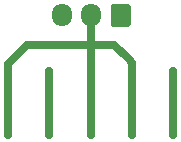
<source format=gbl>
G04 #@! TF.GenerationSoftware,KiCad,Pcbnew,5.0.1*
G04 #@! TF.CreationDate,2019-03-09T23:10:30-08:00*
G04 #@! TF.ProjectId,phoenix-adapter,70686F656E69782D616461707465722E,0.1*
G04 #@! TF.SameCoordinates,Original*
G04 #@! TF.FileFunction,Copper,L2,Bot,Signal*
G04 #@! TF.FilePolarity,Positive*
%FSLAX46Y46*%
G04 Gerber Fmt 4.6, Leading zero omitted, Abs format (unit mm)*
G04 Created by KiCad (PCBNEW 5.0.1) date Sat 09 Mar 2019 11:10:30 PM PST*
%MOMM*%
%LPD*%
G01*
G04 APERTURE LIST*
G04 #@! TA.AperFunction,Conductor*
%ADD10C,0.100000*%
G04 #@! TD*
G04 #@! TA.AperFunction,ComponentPad*
%ADD11C,1.700000*%
G04 #@! TD*
G04 #@! TA.AperFunction,ComponentPad*
%ADD12O,1.700000X1.950000*%
G04 #@! TD*
G04 #@! TA.AperFunction,ViaPad*
%ADD13C,0.609600*%
G04 #@! TD*
G04 #@! TA.AperFunction,Conductor*
%ADD14C,0.635000*%
G04 #@! TD*
G04 APERTURE END LIST*
D10*
G04 #@! TO.N,/RIGHT*
G04 #@! TO.C,CON101*
G36*
X142864504Y-115612204D02*
X142888773Y-115615804D01*
X142912571Y-115621765D01*
X142935671Y-115630030D01*
X142957849Y-115640520D01*
X142978893Y-115653133D01*
X142998598Y-115667747D01*
X143016777Y-115684223D01*
X143033253Y-115702402D01*
X143047867Y-115722107D01*
X143060480Y-115743151D01*
X143070970Y-115765329D01*
X143079235Y-115788429D01*
X143085196Y-115812227D01*
X143088796Y-115836496D01*
X143090000Y-115861000D01*
X143090000Y-117311000D01*
X143088796Y-117335504D01*
X143085196Y-117359773D01*
X143079235Y-117383571D01*
X143070970Y-117406671D01*
X143060480Y-117428849D01*
X143047867Y-117449893D01*
X143033253Y-117469598D01*
X143016777Y-117487777D01*
X142998598Y-117504253D01*
X142978893Y-117518867D01*
X142957849Y-117531480D01*
X142935671Y-117541970D01*
X142912571Y-117550235D01*
X142888773Y-117556196D01*
X142864504Y-117559796D01*
X142840000Y-117561000D01*
X141640000Y-117561000D01*
X141615496Y-117559796D01*
X141591227Y-117556196D01*
X141567429Y-117550235D01*
X141544329Y-117541970D01*
X141522151Y-117531480D01*
X141501107Y-117518867D01*
X141481402Y-117504253D01*
X141463223Y-117487777D01*
X141446747Y-117469598D01*
X141432133Y-117449893D01*
X141419520Y-117428849D01*
X141409030Y-117406671D01*
X141400765Y-117383571D01*
X141394804Y-117359773D01*
X141391204Y-117335504D01*
X141390000Y-117311000D01*
X141390000Y-115861000D01*
X141391204Y-115836496D01*
X141394804Y-115812227D01*
X141400765Y-115788429D01*
X141409030Y-115765329D01*
X141419520Y-115743151D01*
X141432133Y-115722107D01*
X141446747Y-115702402D01*
X141463223Y-115684223D01*
X141481402Y-115667747D01*
X141501107Y-115653133D01*
X141522151Y-115640520D01*
X141544329Y-115630030D01*
X141567429Y-115621765D01*
X141591227Y-115615804D01*
X141615496Y-115612204D01*
X141640000Y-115611000D01*
X142840000Y-115611000D01*
X142864504Y-115612204D01*
X142864504Y-115612204D01*
G37*
D11*
G04 #@! TD*
G04 #@! TO.P,CON101,1*
G04 #@! TO.N,/RIGHT*
X142240000Y-116586000D03*
D12*
G04 #@! TO.P,CON101,2*
G04 #@! TO.N,GND*
X139740000Y-116586000D03*
G04 #@! TO.P,CON101,3*
G04 #@! TO.N,/LEFT*
X137240000Y-116586000D03*
G04 #@! TD*
D13*
G04 #@! TO.N,GND*
X143200000Y-121300000D03*
X139700000Y-121300000D03*
X132700000Y-121300000D03*
G04 #@! TO.N,/LEFT*
X146700000Y-121300000D03*
G04 #@! TO.N,/RIGHT*
X136200000Y-121300000D03*
G04 #@! TD*
D14*
G04 #@! TO.N,GND*
X143200000Y-121300000D02*
X143200000Y-126700000D01*
X143200000Y-120600000D02*
X143200000Y-121300000D01*
X139700000Y-121300000D02*
X139700000Y-126700000D01*
X139700000Y-120300000D02*
X139700000Y-121300000D01*
X132700000Y-121300000D02*
X132700000Y-126700000D01*
X132700000Y-120700000D02*
X132700000Y-121300000D01*
X142900000Y-120300000D02*
X141700000Y-119100000D01*
X141700000Y-119100000D02*
X139700000Y-119100000D01*
X139700000Y-119100000D02*
X139700000Y-120300000D01*
X133100000Y-120300000D02*
X134300000Y-119100000D01*
X134300000Y-119100000D02*
X139700000Y-119100000D01*
X133100000Y-120300000D02*
X132700000Y-120700000D01*
X142900000Y-120300000D02*
X143200000Y-120600000D01*
X139740000Y-119060000D02*
X139740000Y-116586000D01*
X139700000Y-119100000D02*
X139740000Y-119060000D01*
G04 #@! TO.N,/LEFT*
X146700000Y-121300000D02*
X146700000Y-126700000D01*
G04 #@! TO.N,/RIGHT*
X136200000Y-121300000D02*
X136200000Y-126700000D01*
G04 #@! TD*
M02*

</source>
